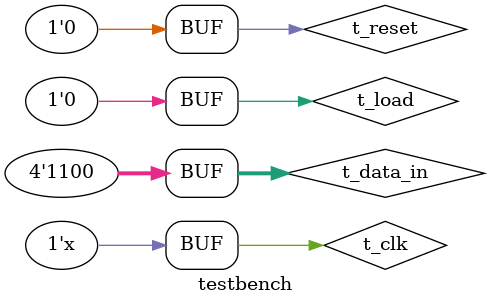
<source format=v>

`timescale  1ns/1ps

module testbench  ( );
  
//*** test signal definition ***
reg          t_reset,t_clk,t_load;
reg   [3:0]  t_data_in;
wire  [15:0] lamp_show;

//*** test signal generation ***

//* t_reset *
//*** t_reset ***
initial
	begin
  		#0      t_reset = 1'b1;
		#2000   t_reset = 1'b0;
   end
   
//*** t_clk ***
initial
  begin 
    t_clk = 1'b0;
  end
   
always #50000 t_clk = ~t_clk;
  
//*** t_ena ***
initial
  begin
    #0    t_load = 1'b0;
    #2000 t_load = 1'b1;
    #3000 t_load = 1'b0;
  end

//* t_data_in *
initial
  begin
    #0    t_data_in = 4'b0000;
    #3000 t_data_in = 4'b1100;
  end  

  
//*** connect with the circuit to be tested ***
//*** use component instantiation statement ***
exercise_1  u0  (.reset(t_reset),.clk(t_clk),.load(t_load),.data_in(t_data_in),
                 .lamp_ctl(lamp_show));

endmodule




</source>
